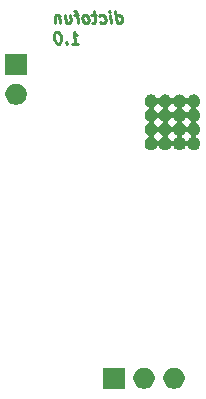
<source format=gbr>
G04 #@! TF.GenerationSoftware,KiCad,Pcbnew,(5.1.5)-3*
G04 #@! TF.CreationDate,2021-08-20T07:44:17+02:00*
G04 #@! TF.ProjectId,nRF52832_qfaa,6e524635-3238-4333-925f-716661612e6b,rev?*
G04 #@! TF.SameCoordinates,Original*
G04 #@! TF.FileFunction,Soldermask,Bot*
G04 #@! TF.FilePolarity,Negative*
%FSLAX46Y46*%
G04 Gerber Fmt 4.6, Leading zero omitted, Abs format (unit mm)*
G04 Created by KiCad (PCBNEW (5.1.5)-3) date 2021-08-20 07:44:17*
%MOMM*%
%LPD*%
G04 APERTURE LIST*
%ADD10C,0.250000*%
%ADD11C,0.100000*%
G04 APERTURE END LIST*
D10*
X144776644Y-97595980D02*
X144651644Y-96595980D01*
X144770691Y-97548361D02*
X144871882Y-97595980D01*
X145062358Y-97595980D01*
X145151644Y-97548361D01*
X145193310Y-97500742D01*
X145229025Y-97405504D01*
X145193310Y-97119790D01*
X145133786Y-97024552D01*
X145080215Y-96976933D01*
X144979025Y-96929314D01*
X144788548Y-96929314D01*
X144699263Y-96976933D01*
X144300453Y-97595980D02*
X144217120Y-96929314D01*
X144175453Y-96595980D02*
X144229025Y-96643600D01*
X144187358Y-96691219D01*
X144133786Y-96643600D01*
X144175453Y-96595980D01*
X144187358Y-96691219D01*
X143389739Y-97548361D02*
X143490929Y-97595980D01*
X143681405Y-97595980D01*
X143770691Y-97548361D01*
X143812358Y-97500742D01*
X143848072Y-97405504D01*
X143812358Y-97119790D01*
X143752834Y-97024552D01*
X143699263Y-96976933D01*
X143598072Y-96929314D01*
X143407596Y-96929314D01*
X143318310Y-96976933D01*
X143026644Y-96929314D02*
X142645691Y-96929314D01*
X142842120Y-96595980D02*
X142949263Y-97453123D01*
X142913548Y-97548361D01*
X142824263Y-97595980D01*
X142729025Y-97595980D01*
X142252834Y-97595980D02*
X142342120Y-97548361D01*
X142383786Y-97500742D01*
X142419501Y-97405504D01*
X142383786Y-97119790D01*
X142324263Y-97024552D01*
X142270691Y-96976933D01*
X142169501Y-96929314D01*
X142026644Y-96929314D01*
X141937358Y-96976933D01*
X141895691Y-97024552D01*
X141859977Y-97119790D01*
X141895691Y-97405504D01*
X141955215Y-97500742D01*
X142008786Y-97548361D01*
X142109977Y-97595980D01*
X142252834Y-97595980D01*
X141550453Y-96929314D02*
X141169501Y-96929314D01*
X141490929Y-97595980D02*
X141383786Y-96738838D01*
X141324263Y-96643600D01*
X141223072Y-96595980D01*
X141127834Y-96595980D01*
X140407596Y-96929314D02*
X140490929Y-97595980D01*
X140836167Y-96929314D02*
X140901644Y-97453123D01*
X140865929Y-97548361D01*
X140776644Y-97595980D01*
X140633786Y-97595980D01*
X140532596Y-97548361D01*
X140479025Y-97500742D01*
X139931405Y-96929314D02*
X140014739Y-97595980D01*
X139943310Y-97024552D02*
X139889739Y-96976933D01*
X139788548Y-96929314D01*
X139645691Y-96929314D01*
X139556405Y-96976933D01*
X139520691Y-97072171D01*
X139586167Y-97595980D01*
X140967120Y-99345980D02*
X141538548Y-99345980D01*
X141252834Y-99345980D02*
X141127834Y-98345980D01*
X141240929Y-98488838D01*
X141348072Y-98584076D01*
X141449263Y-98631695D01*
X140526644Y-99250742D02*
X140484977Y-99298361D01*
X140538548Y-99345980D01*
X140580215Y-99298361D01*
X140526644Y-99250742D01*
X140538548Y-99345980D01*
X139746882Y-98345980D02*
X139651644Y-98345980D01*
X139562358Y-98393600D01*
X139520691Y-98441219D01*
X139484977Y-98536457D01*
X139461167Y-98726933D01*
X139490929Y-98965028D01*
X139562358Y-99155504D01*
X139621882Y-99250742D01*
X139675453Y-99298361D01*
X139776644Y-99345980D01*
X139871882Y-99345980D01*
X139961167Y-99298361D01*
X140002834Y-99250742D01*
X140038548Y-99155504D01*
X140062358Y-98965028D01*
X140032596Y-98726933D01*
X139961167Y-98536457D01*
X139901644Y-98441219D01*
X139848072Y-98393600D01*
X139746882Y-98345980D01*
D11*
G36*
X145452400Y-128586800D02*
G01*
X143650400Y-128586800D01*
X143650400Y-126784800D01*
X145452400Y-126784800D01*
X145452400Y-128586800D01*
G37*
G36*
X149744912Y-126789727D02*
G01*
X149894212Y-126819424D01*
X150058184Y-126887344D01*
X150205754Y-126985947D01*
X150331253Y-127111446D01*
X150429856Y-127259016D01*
X150497776Y-127422988D01*
X150532400Y-127597059D01*
X150532400Y-127774541D01*
X150497776Y-127948612D01*
X150429856Y-128112584D01*
X150331253Y-128260154D01*
X150205754Y-128385653D01*
X150058184Y-128484256D01*
X149894212Y-128552176D01*
X149744912Y-128581873D01*
X149720142Y-128586800D01*
X149542658Y-128586800D01*
X149517888Y-128581873D01*
X149368588Y-128552176D01*
X149204616Y-128484256D01*
X149057046Y-128385653D01*
X148931547Y-128260154D01*
X148832944Y-128112584D01*
X148765024Y-127948612D01*
X148730400Y-127774541D01*
X148730400Y-127597059D01*
X148765024Y-127422988D01*
X148832944Y-127259016D01*
X148931547Y-127111446D01*
X149057046Y-126985947D01*
X149204616Y-126887344D01*
X149368588Y-126819424D01*
X149517888Y-126789727D01*
X149542658Y-126784800D01*
X149720142Y-126784800D01*
X149744912Y-126789727D01*
G37*
G36*
X147204912Y-126789727D02*
G01*
X147354212Y-126819424D01*
X147518184Y-126887344D01*
X147665754Y-126985947D01*
X147791253Y-127111446D01*
X147889856Y-127259016D01*
X147957776Y-127422988D01*
X147992400Y-127597059D01*
X147992400Y-127774541D01*
X147957776Y-127948612D01*
X147889856Y-128112584D01*
X147791253Y-128260154D01*
X147665754Y-128385653D01*
X147518184Y-128484256D01*
X147354212Y-128552176D01*
X147204912Y-128581873D01*
X147180142Y-128586800D01*
X147002658Y-128586800D01*
X146977888Y-128581873D01*
X146828588Y-128552176D01*
X146664616Y-128484256D01*
X146517046Y-128385653D01*
X146391547Y-128260154D01*
X146292944Y-128112584D01*
X146225024Y-127948612D01*
X146190400Y-127774541D01*
X146190400Y-127597059D01*
X146225024Y-127422988D01*
X146292944Y-127259016D01*
X146391547Y-127111446D01*
X146517046Y-126985947D01*
X146664616Y-126887344D01*
X146828588Y-126819424D01*
X146977888Y-126789727D01*
X147002658Y-126784800D01*
X147180142Y-126784800D01*
X147204912Y-126789727D01*
G37*
G36*
X147863161Y-103669351D02*
G01*
X147964273Y-103711233D01*
X147964275Y-103711234D01*
X148010083Y-103741842D01*
X148055273Y-103772037D01*
X148132663Y-103849427D01*
X148197167Y-103945964D01*
X148212712Y-103964906D01*
X148231654Y-103980451D01*
X148253265Y-103992002D01*
X148276714Y-103999115D01*
X148301100Y-104001517D01*
X148325486Y-103999115D01*
X148348935Y-103992002D01*
X148370546Y-103980451D01*
X148389488Y-103964906D01*
X148405033Y-103945964D01*
X148469537Y-103849427D01*
X148546927Y-103772037D01*
X148592117Y-103741842D01*
X148637925Y-103711234D01*
X148637927Y-103711233D01*
X148739039Y-103669351D01*
X148846377Y-103648000D01*
X148955823Y-103648000D01*
X149063161Y-103669351D01*
X149164273Y-103711233D01*
X149164275Y-103711234D01*
X149210083Y-103741842D01*
X149255273Y-103772037D01*
X149332663Y-103849427D01*
X149397167Y-103945964D01*
X149412712Y-103964906D01*
X149431654Y-103980451D01*
X149453265Y-103992002D01*
X149476714Y-103999115D01*
X149501100Y-104001517D01*
X149525486Y-103999115D01*
X149548935Y-103992002D01*
X149570546Y-103980451D01*
X149589488Y-103964906D01*
X149605033Y-103945964D01*
X149669537Y-103849427D01*
X149746927Y-103772037D01*
X149792117Y-103741842D01*
X149837925Y-103711234D01*
X149837927Y-103711233D01*
X149939039Y-103669351D01*
X150046377Y-103648000D01*
X150155823Y-103648000D01*
X150263161Y-103669351D01*
X150364273Y-103711233D01*
X150364275Y-103711234D01*
X150410083Y-103741842D01*
X150455273Y-103772037D01*
X150532663Y-103849427D01*
X150597167Y-103945964D01*
X150612712Y-103964906D01*
X150631654Y-103980451D01*
X150653265Y-103992002D01*
X150676714Y-103999115D01*
X150701100Y-104001517D01*
X150725486Y-103999115D01*
X150748935Y-103992002D01*
X150770546Y-103980451D01*
X150789488Y-103964906D01*
X150805033Y-103945964D01*
X150869537Y-103849427D01*
X150946927Y-103772037D01*
X150992117Y-103741842D01*
X151037925Y-103711234D01*
X151037927Y-103711233D01*
X151139039Y-103669351D01*
X151246377Y-103648000D01*
X151355823Y-103648000D01*
X151463161Y-103669351D01*
X151564273Y-103711233D01*
X151564275Y-103711234D01*
X151610083Y-103741842D01*
X151655273Y-103772037D01*
X151732663Y-103849427D01*
X151793467Y-103940427D01*
X151835349Y-104041539D01*
X151856700Y-104148877D01*
X151856700Y-104258323D01*
X151835349Y-104365661D01*
X151793467Y-104466773D01*
X151732663Y-104557773D01*
X151655273Y-104635163D01*
X151558736Y-104699667D01*
X151539794Y-104715212D01*
X151524249Y-104734154D01*
X151512698Y-104755765D01*
X151505585Y-104779214D01*
X151503183Y-104803600D01*
X151505585Y-104827986D01*
X151512698Y-104851435D01*
X151524249Y-104873046D01*
X151539794Y-104891988D01*
X151558736Y-104907533D01*
X151655273Y-104972037D01*
X151732663Y-105049427D01*
X151793467Y-105140427D01*
X151835349Y-105241539D01*
X151856700Y-105348877D01*
X151856700Y-105458323D01*
X151835349Y-105565661D01*
X151793467Y-105666773D01*
X151732663Y-105757773D01*
X151655273Y-105835163D01*
X151558736Y-105899667D01*
X151539794Y-105915212D01*
X151524249Y-105934154D01*
X151512698Y-105955765D01*
X151505585Y-105979214D01*
X151503183Y-106003600D01*
X151505585Y-106027986D01*
X151512698Y-106051435D01*
X151524249Y-106073046D01*
X151539794Y-106091988D01*
X151558736Y-106107533D01*
X151655273Y-106172037D01*
X151732663Y-106249427D01*
X151793467Y-106340427D01*
X151835349Y-106441539D01*
X151856700Y-106548877D01*
X151856700Y-106658323D01*
X151835349Y-106765661D01*
X151793467Y-106866773D01*
X151732663Y-106957773D01*
X151655273Y-107035163D01*
X151558736Y-107099667D01*
X151539794Y-107115212D01*
X151524249Y-107134154D01*
X151512698Y-107155765D01*
X151505585Y-107179214D01*
X151503183Y-107203600D01*
X151505585Y-107227986D01*
X151512698Y-107251435D01*
X151524249Y-107273046D01*
X151539794Y-107291988D01*
X151558736Y-107307533D01*
X151655273Y-107372037D01*
X151732663Y-107449427D01*
X151793467Y-107540427D01*
X151835349Y-107641539D01*
X151856700Y-107748877D01*
X151856700Y-107858323D01*
X151835349Y-107965661D01*
X151793467Y-108066773D01*
X151793466Y-108066775D01*
X151732662Y-108157774D01*
X151655274Y-108235162D01*
X151564275Y-108295966D01*
X151564274Y-108295967D01*
X151564273Y-108295967D01*
X151463161Y-108337849D01*
X151355823Y-108359200D01*
X151246377Y-108359200D01*
X151139039Y-108337849D01*
X151037927Y-108295967D01*
X151037926Y-108295967D01*
X151037925Y-108295966D01*
X150946926Y-108235162D01*
X150869538Y-108157774D01*
X150808734Y-108066775D01*
X150808733Y-108066773D01*
X150805033Y-108061236D01*
X150789488Y-108042294D01*
X150770546Y-108026749D01*
X150748935Y-108015198D01*
X150725486Y-108008085D01*
X150701100Y-108005683D01*
X150676714Y-108008085D01*
X150653265Y-108015198D01*
X150631654Y-108026749D01*
X150612712Y-108042294D01*
X150597167Y-108061236D01*
X150593467Y-108066773D01*
X150593466Y-108066775D01*
X150532662Y-108157774D01*
X150455274Y-108235162D01*
X150364275Y-108295966D01*
X150364274Y-108295967D01*
X150364273Y-108295967D01*
X150263161Y-108337849D01*
X150155823Y-108359200D01*
X150046377Y-108359200D01*
X149939039Y-108337849D01*
X149837927Y-108295967D01*
X149837926Y-108295967D01*
X149837925Y-108295966D01*
X149746926Y-108235162D01*
X149669538Y-108157774D01*
X149608734Y-108066775D01*
X149608733Y-108066773D01*
X149605033Y-108061236D01*
X149589488Y-108042294D01*
X149570546Y-108026749D01*
X149548935Y-108015198D01*
X149525486Y-108008085D01*
X149501100Y-108005683D01*
X149476714Y-108008085D01*
X149453265Y-108015198D01*
X149431654Y-108026749D01*
X149412712Y-108042294D01*
X149397167Y-108061236D01*
X149393467Y-108066773D01*
X149393466Y-108066775D01*
X149332662Y-108157774D01*
X149255274Y-108235162D01*
X149164275Y-108295966D01*
X149164274Y-108295967D01*
X149164273Y-108295967D01*
X149063161Y-108337849D01*
X148955823Y-108359200D01*
X148846377Y-108359200D01*
X148739039Y-108337849D01*
X148637927Y-108295967D01*
X148637926Y-108295967D01*
X148637925Y-108295966D01*
X148546926Y-108235162D01*
X148469538Y-108157774D01*
X148408734Y-108066775D01*
X148408733Y-108066773D01*
X148405033Y-108061236D01*
X148389488Y-108042294D01*
X148370546Y-108026749D01*
X148348935Y-108015198D01*
X148325486Y-108008085D01*
X148301100Y-108005683D01*
X148276714Y-108008085D01*
X148253265Y-108015198D01*
X148231654Y-108026749D01*
X148212712Y-108042294D01*
X148197167Y-108061236D01*
X148193467Y-108066773D01*
X148193466Y-108066775D01*
X148132662Y-108157774D01*
X148055274Y-108235162D01*
X147964275Y-108295966D01*
X147964274Y-108295967D01*
X147964273Y-108295967D01*
X147863161Y-108337849D01*
X147755823Y-108359200D01*
X147646377Y-108359200D01*
X147539039Y-108337849D01*
X147437927Y-108295967D01*
X147437926Y-108295967D01*
X147437925Y-108295966D01*
X147346926Y-108235162D01*
X147269538Y-108157774D01*
X147208734Y-108066775D01*
X147208733Y-108066773D01*
X147166851Y-107965661D01*
X147145500Y-107858323D01*
X147145500Y-107748877D01*
X147166851Y-107641539D01*
X147208733Y-107540427D01*
X147269537Y-107449427D01*
X147346927Y-107372037D01*
X147443464Y-107307533D01*
X147462406Y-107291988D01*
X147477951Y-107273046D01*
X147489502Y-107251435D01*
X147496615Y-107227986D01*
X147499017Y-107203600D01*
X147903183Y-107203600D01*
X147905585Y-107227986D01*
X147912698Y-107251435D01*
X147924249Y-107273046D01*
X147939794Y-107291988D01*
X147958736Y-107307533D01*
X148055273Y-107372037D01*
X148132663Y-107449427D01*
X148197167Y-107545964D01*
X148212712Y-107564906D01*
X148231654Y-107580451D01*
X148253265Y-107592002D01*
X148276714Y-107599115D01*
X148301100Y-107601517D01*
X148325486Y-107599115D01*
X148348935Y-107592002D01*
X148370546Y-107580451D01*
X148389488Y-107564906D01*
X148405033Y-107545964D01*
X148469537Y-107449427D01*
X148546927Y-107372037D01*
X148643464Y-107307533D01*
X148662406Y-107291988D01*
X148677951Y-107273046D01*
X148689502Y-107251435D01*
X148696615Y-107227986D01*
X148699017Y-107203600D01*
X149103183Y-107203600D01*
X149105585Y-107227986D01*
X149112698Y-107251435D01*
X149124249Y-107273046D01*
X149139794Y-107291988D01*
X149158736Y-107307533D01*
X149255273Y-107372037D01*
X149332663Y-107449427D01*
X149397167Y-107545964D01*
X149412712Y-107564906D01*
X149431654Y-107580451D01*
X149453265Y-107592002D01*
X149476714Y-107599115D01*
X149501100Y-107601517D01*
X149525486Y-107599115D01*
X149548935Y-107592002D01*
X149570546Y-107580451D01*
X149589488Y-107564906D01*
X149605033Y-107545964D01*
X149669537Y-107449427D01*
X149746927Y-107372037D01*
X149843464Y-107307533D01*
X149862406Y-107291988D01*
X149877951Y-107273046D01*
X149889502Y-107251435D01*
X149896615Y-107227986D01*
X149899017Y-107203600D01*
X150303183Y-107203600D01*
X150305585Y-107227986D01*
X150312698Y-107251435D01*
X150324249Y-107273046D01*
X150339794Y-107291988D01*
X150358736Y-107307533D01*
X150455273Y-107372037D01*
X150532663Y-107449427D01*
X150597167Y-107545964D01*
X150612712Y-107564906D01*
X150631654Y-107580451D01*
X150653265Y-107592002D01*
X150676714Y-107599115D01*
X150701100Y-107601517D01*
X150725486Y-107599115D01*
X150748935Y-107592002D01*
X150770546Y-107580451D01*
X150789488Y-107564906D01*
X150805033Y-107545964D01*
X150869537Y-107449427D01*
X150946927Y-107372037D01*
X151043464Y-107307533D01*
X151062406Y-107291988D01*
X151077951Y-107273046D01*
X151089502Y-107251435D01*
X151096615Y-107227986D01*
X151099017Y-107203600D01*
X151096615Y-107179214D01*
X151089502Y-107155765D01*
X151077951Y-107134154D01*
X151062406Y-107115212D01*
X151043464Y-107099667D01*
X150946927Y-107035163D01*
X150869537Y-106957773D01*
X150805033Y-106861236D01*
X150789488Y-106842294D01*
X150770546Y-106826749D01*
X150748935Y-106815198D01*
X150725486Y-106808085D01*
X150701100Y-106805683D01*
X150676714Y-106808085D01*
X150653265Y-106815198D01*
X150631654Y-106826749D01*
X150612712Y-106842294D01*
X150597167Y-106861236D01*
X150532663Y-106957773D01*
X150455273Y-107035163D01*
X150358736Y-107099667D01*
X150339794Y-107115212D01*
X150324249Y-107134154D01*
X150312698Y-107155765D01*
X150305585Y-107179214D01*
X150303183Y-107203600D01*
X149899017Y-107203600D01*
X149896615Y-107179214D01*
X149889502Y-107155765D01*
X149877951Y-107134154D01*
X149862406Y-107115212D01*
X149843464Y-107099667D01*
X149746927Y-107035163D01*
X149669537Y-106957773D01*
X149605033Y-106861236D01*
X149589488Y-106842294D01*
X149570546Y-106826749D01*
X149548935Y-106815198D01*
X149525486Y-106808085D01*
X149501100Y-106805683D01*
X149476714Y-106808085D01*
X149453265Y-106815198D01*
X149431654Y-106826749D01*
X149412712Y-106842294D01*
X149397167Y-106861236D01*
X149332663Y-106957773D01*
X149255273Y-107035163D01*
X149158736Y-107099667D01*
X149139794Y-107115212D01*
X149124249Y-107134154D01*
X149112698Y-107155765D01*
X149105585Y-107179214D01*
X149103183Y-107203600D01*
X148699017Y-107203600D01*
X148696615Y-107179214D01*
X148689502Y-107155765D01*
X148677951Y-107134154D01*
X148662406Y-107115212D01*
X148643464Y-107099667D01*
X148546927Y-107035163D01*
X148469537Y-106957773D01*
X148405033Y-106861236D01*
X148389488Y-106842294D01*
X148370546Y-106826749D01*
X148348935Y-106815198D01*
X148325486Y-106808085D01*
X148301100Y-106805683D01*
X148276714Y-106808085D01*
X148253265Y-106815198D01*
X148231654Y-106826749D01*
X148212712Y-106842294D01*
X148197167Y-106861236D01*
X148132663Y-106957773D01*
X148055273Y-107035163D01*
X147958736Y-107099667D01*
X147939794Y-107115212D01*
X147924249Y-107134154D01*
X147912698Y-107155765D01*
X147905585Y-107179214D01*
X147903183Y-107203600D01*
X147499017Y-107203600D01*
X147496615Y-107179214D01*
X147489502Y-107155765D01*
X147477951Y-107134154D01*
X147462406Y-107115212D01*
X147443464Y-107099667D01*
X147346927Y-107035163D01*
X147269537Y-106957773D01*
X147208733Y-106866773D01*
X147166851Y-106765661D01*
X147145500Y-106658323D01*
X147145500Y-106548877D01*
X147166851Y-106441539D01*
X147208733Y-106340427D01*
X147269537Y-106249427D01*
X147346927Y-106172037D01*
X147443464Y-106107533D01*
X147462406Y-106091988D01*
X147477951Y-106073046D01*
X147489502Y-106051435D01*
X147496615Y-106027986D01*
X147499017Y-106003600D01*
X147903183Y-106003600D01*
X147905585Y-106027986D01*
X147912698Y-106051435D01*
X147924249Y-106073046D01*
X147939794Y-106091988D01*
X147958736Y-106107533D01*
X148055273Y-106172037D01*
X148132663Y-106249427D01*
X148197167Y-106345964D01*
X148212712Y-106364906D01*
X148231654Y-106380451D01*
X148253265Y-106392002D01*
X148276714Y-106399115D01*
X148301100Y-106401517D01*
X148325486Y-106399115D01*
X148348935Y-106392002D01*
X148370546Y-106380451D01*
X148389488Y-106364906D01*
X148405033Y-106345964D01*
X148469537Y-106249427D01*
X148546927Y-106172037D01*
X148643464Y-106107533D01*
X148662406Y-106091988D01*
X148677951Y-106073046D01*
X148689502Y-106051435D01*
X148696615Y-106027986D01*
X148699017Y-106003600D01*
X149103183Y-106003600D01*
X149105585Y-106027986D01*
X149112698Y-106051435D01*
X149124249Y-106073046D01*
X149139794Y-106091988D01*
X149158736Y-106107533D01*
X149255273Y-106172037D01*
X149332663Y-106249427D01*
X149397167Y-106345964D01*
X149412712Y-106364906D01*
X149431654Y-106380451D01*
X149453265Y-106392002D01*
X149476714Y-106399115D01*
X149501100Y-106401517D01*
X149525486Y-106399115D01*
X149548935Y-106392002D01*
X149570546Y-106380451D01*
X149589488Y-106364906D01*
X149605033Y-106345964D01*
X149669537Y-106249427D01*
X149746927Y-106172037D01*
X149843464Y-106107533D01*
X149862406Y-106091988D01*
X149877951Y-106073046D01*
X149889502Y-106051435D01*
X149896615Y-106027986D01*
X149899017Y-106003600D01*
X150303183Y-106003600D01*
X150305585Y-106027986D01*
X150312698Y-106051435D01*
X150324249Y-106073046D01*
X150339794Y-106091988D01*
X150358736Y-106107533D01*
X150455273Y-106172037D01*
X150532663Y-106249427D01*
X150597167Y-106345964D01*
X150612712Y-106364906D01*
X150631654Y-106380451D01*
X150653265Y-106392002D01*
X150676714Y-106399115D01*
X150701100Y-106401517D01*
X150725486Y-106399115D01*
X150748935Y-106392002D01*
X150770546Y-106380451D01*
X150789488Y-106364906D01*
X150805033Y-106345964D01*
X150869537Y-106249427D01*
X150946927Y-106172037D01*
X151043464Y-106107533D01*
X151062406Y-106091988D01*
X151077951Y-106073046D01*
X151089502Y-106051435D01*
X151096615Y-106027986D01*
X151099017Y-106003600D01*
X151096615Y-105979214D01*
X151089502Y-105955765D01*
X151077951Y-105934154D01*
X151062406Y-105915212D01*
X151043464Y-105899667D01*
X150946927Y-105835163D01*
X150869537Y-105757773D01*
X150805033Y-105661236D01*
X150789488Y-105642294D01*
X150770546Y-105626749D01*
X150748935Y-105615198D01*
X150725486Y-105608085D01*
X150701100Y-105605683D01*
X150676714Y-105608085D01*
X150653265Y-105615198D01*
X150631654Y-105626749D01*
X150612712Y-105642294D01*
X150597167Y-105661236D01*
X150532663Y-105757773D01*
X150455273Y-105835163D01*
X150358736Y-105899667D01*
X150339794Y-105915212D01*
X150324249Y-105934154D01*
X150312698Y-105955765D01*
X150305585Y-105979214D01*
X150303183Y-106003600D01*
X149899017Y-106003600D01*
X149896615Y-105979214D01*
X149889502Y-105955765D01*
X149877951Y-105934154D01*
X149862406Y-105915212D01*
X149843464Y-105899667D01*
X149746927Y-105835163D01*
X149669537Y-105757773D01*
X149605033Y-105661236D01*
X149589488Y-105642294D01*
X149570546Y-105626749D01*
X149548935Y-105615198D01*
X149525486Y-105608085D01*
X149501100Y-105605683D01*
X149476714Y-105608085D01*
X149453265Y-105615198D01*
X149431654Y-105626749D01*
X149412712Y-105642294D01*
X149397167Y-105661236D01*
X149332663Y-105757773D01*
X149255273Y-105835163D01*
X149158736Y-105899667D01*
X149139794Y-105915212D01*
X149124249Y-105934154D01*
X149112698Y-105955765D01*
X149105585Y-105979214D01*
X149103183Y-106003600D01*
X148699017Y-106003600D01*
X148696615Y-105979214D01*
X148689502Y-105955765D01*
X148677951Y-105934154D01*
X148662406Y-105915212D01*
X148643464Y-105899667D01*
X148546927Y-105835163D01*
X148469537Y-105757773D01*
X148405033Y-105661236D01*
X148389488Y-105642294D01*
X148370546Y-105626749D01*
X148348935Y-105615198D01*
X148325486Y-105608085D01*
X148301100Y-105605683D01*
X148276714Y-105608085D01*
X148253265Y-105615198D01*
X148231654Y-105626749D01*
X148212712Y-105642294D01*
X148197167Y-105661236D01*
X148132663Y-105757773D01*
X148055273Y-105835163D01*
X147958736Y-105899667D01*
X147939794Y-105915212D01*
X147924249Y-105934154D01*
X147912698Y-105955765D01*
X147905585Y-105979214D01*
X147903183Y-106003600D01*
X147499017Y-106003600D01*
X147496615Y-105979214D01*
X147489502Y-105955765D01*
X147477951Y-105934154D01*
X147462406Y-105915212D01*
X147443464Y-105899667D01*
X147346927Y-105835163D01*
X147269537Y-105757773D01*
X147208733Y-105666773D01*
X147166851Y-105565661D01*
X147145500Y-105458323D01*
X147145500Y-105348877D01*
X147166851Y-105241539D01*
X147208733Y-105140427D01*
X147269537Y-105049427D01*
X147346927Y-104972037D01*
X147443464Y-104907533D01*
X147462406Y-104891988D01*
X147477951Y-104873046D01*
X147489502Y-104851435D01*
X147496615Y-104827986D01*
X147499017Y-104803600D01*
X147903183Y-104803600D01*
X147905585Y-104827986D01*
X147912698Y-104851435D01*
X147924249Y-104873046D01*
X147939794Y-104891988D01*
X147958736Y-104907533D01*
X148055273Y-104972037D01*
X148132663Y-105049427D01*
X148197167Y-105145964D01*
X148212712Y-105164906D01*
X148231654Y-105180451D01*
X148253265Y-105192002D01*
X148276714Y-105199115D01*
X148301100Y-105201517D01*
X148325486Y-105199115D01*
X148348935Y-105192002D01*
X148370546Y-105180451D01*
X148389488Y-105164906D01*
X148405033Y-105145964D01*
X148469537Y-105049427D01*
X148546927Y-104972037D01*
X148643464Y-104907533D01*
X148662406Y-104891988D01*
X148677951Y-104873046D01*
X148689502Y-104851435D01*
X148696615Y-104827986D01*
X148699017Y-104803600D01*
X149103183Y-104803600D01*
X149105585Y-104827986D01*
X149112698Y-104851435D01*
X149124249Y-104873046D01*
X149139794Y-104891988D01*
X149158736Y-104907533D01*
X149255273Y-104972037D01*
X149332663Y-105049427D01*
X149397167Y-105145964D01*
X149412712Y-105164906D01*
X149431654Y-105180451D01*
X149453265Y-105192002D01*
X149476714Y-105199115D01*
X149501100Y-105201517D01*
X149525486Y-105199115D01*
X149548935Y-105192002D01*
X149570546Y-105180451D01*
X149589488Y-105164906D01*
X149605033Y-105145964D01*
X149669537Y-105049427D01*
X149746927Y-104972037D01*
X149843464Y-104907533D01*
X149862406Y-104891988D01*
X149877951Y-104873046D01*
X149889502Y-104851435D01*
X149896615Y-104827986D01*
X149899017Y-104803600D01*
X150303183Y-104803600D01*
X150305585Y-104827986D01*
X150312698Y-104851435D01*
X150324249Y-104873046D01*
X150339794Y-104891988D01*
X150358736Y-104907533D01*
X150455273Y-104972037D01*
X150532663Y-105049427D01*
X150597167Y-105145964D01*
X150612712Y-105164906D01*
X150631654Y-105180451D01*
X150653265Y-105192002D01*
X150676714Y-105199115D01*
X150701100Y-105201517D01*
X150725486Y-105199115D01*
X150748935Y-105192002D01*
X150770546Y-105180451D01*
X150789488Y-105164906D01*
X150805033Y-105145964D01*
X150869537Y-105049427D01*
X150946927Y-104972037D01*
X151043464Y-104907533D01*
X151062406Y-104891988D01*
X151077951Y-104873046D01*
X151089502Y-104851435D01*
X151096615Y-104827986D01*
X151099017Y-104803600D01*
X151096615Y-104779214D01*
X151089502Y-104755765D01*
X151077951Y-104734154D01*
X151062406Y-104715212D01*
X151043464Y-104699667D01*
X150946927Y-104635163D01*
X150869537Y-104557773D01*
X150805033Y-104461236D01*
X150789488Y-104442294D01*
X150770546Y-104426749D01*
X150748935Y-104415198D01*
X150725486Y-104408085D01*
X150701100Y-104405683D01*
X150676714Y-104408085D01*
X150653265Y-104415198D01*
X150631654Y-104426749D01*
X150612712Y-104442294D01*
X150597167Y-104461236D01*
X150532663Y-104557773D01*
X150455273Y-104635163D01*
X150358736Y-104699667D01*
X150339794Y-104715212D01*
X150324249Y-104734154D01*
X150312698Y-104755765D01*
X150305585Y-104779214D01*
X150303183Y-104803600D01*
X149899017Y-104803600D01*
X149896615Y-104779214D01*
X149889502Y-104755765D01*
X149877951Y-104734154D01*
X149862406Y-104715212D01*
X149843464Y-104699667D01*
X149746927Y-104635163D01*
X149669537Y-104557773D01*
X149605033Y-104461236D01*
X149589488Y-104442294D01*
X149570546Y-104426749D01*
X149548935Y-104415198D01*
X149525486Y-104408085D01*
X149501100Y-104405683D01*
X149476714Y-104408085D01*
X149453265Y-104415198D01*
X149431654Y-104426749D01*
X149412712Y-104442294D01*
X149397167Y-104461236D01*
X149332663Y-104557773D01*
X149255273Y-104635163D01*
X149158736Y-104699667D01*
X149139794Y-104715212D01*
X149124249Y-104734154D01*
X149112698Y-104755765D01*
X149105585Y-104779214D01*
X149103183Y-104803600D01*
X148699017Y-104803600D01*
X148696615Y-104779214D01*
X148689502Y-104755765D01*
X148677951Y-104734154D01*
X148662406Y-104715212D01*
X148643464Y-104699667D01*
X148546927Y-104635163D01*
X148469537Y-104557773D01*
X148405033Y-104461236D01*
X148389488Y-104442294D01*
X148370546Y-104426749D01*
X148348935Y-104415198D01*
X148325486Y-104408085D01*
X148301100Y-104405683D01*
X148276714Y-104408085D01*
X148253265Y-104415198D01*
X148231654Y-104426749D01*
X148212712Y-104442294D01*
X148197167Y-104461236D01*
X148132663Y-104557773D01*
X148055273Y-104635163D01*
X147958736Y-104699667D01*
X147939794Y-104715212D01*
X147924249Y-104734154D01*
X147912698Y-104755765D01*
X147905585Y-104779214D01*
X147903183Y-104803600D01*
X147499017Y-104803600D01*
X147496615Y-104779214D01*
X147489502Y-104755765D01*
X147477951Y-104734154D01*
X147462406Y-104715212D01*
X147443464Y-104699667D01*
X147346927Y-104635163D01*
X147269537Y-104557773D01*
X147208733Y-104466773D01*
X147166851Y-104365661D01*
X147145500Y-104258323D01*
X147145500Y-104148877D01*
X147166851Y-104041539D01*
X147208733Y-103940427D01*
X147269537Y-103849427D01*
X147346927Y-103772037D01*
X147392117Y-103741842D01*
X147437925Y-103711234D01*
X147437927Y-103711233D01*
X147539039Y-103669351D01*
X147646377Y-103648000D01*
X147755823Y-103648000D01*
X147863161Y-103669351D01*
G37*
G36*
X136384512Y-102735927D02*
G01*
X136533812Y-102765624D01*
X136697784Y-102833544D01*
X136845354Y-102932147D01*
X136970853Y-103057646D01*
X137069456Y-103205216D01*
X137137376Y-103369188D01*
X137172000Y-103543259D01*
X137172000Y-103720741D01*
X137137376Y-103894812D01*
X137069456Y-104058784D01*
X136970853Y-104206354D01*
X136845354Y-104331853D01*
X136697784Y-104430456D01*
X136533812Y-104498376D01*
X136384512Y-104528073D01*
X136359742Y-104533000D01*
X136182258Y-104533000D01*
X136157488Y-104528073D01*
X136008188Y-104498376D01*
X135844216Y-104430456D01*
X135696646Y-104331853D01*
X135571147Y-104206354D01*
X135472544Y-104058784D01*
X135404624Y-103894812D01*
X135370000Y-103720741D01*
X135370000Y-103543259D01*
X135404624Y-103369188D01*
X135472544Y-103205216D01*
X135571147Y-103057646D01*
X135696646Y-102932147D01*
X135844216Y-102833544D01*
X136008188Y-102765624D01*
X136157488Y-102735927D01*
X136182258Y-102731000D01*
X136359742Y-102731000D01*
X136384512Y-102735927D01*
G37*
G36*
X137172000Y-101993000D02*
G01*
X135370000Y-101993000D01*
X135370000Y-100191000D01*
X137172000Y-100191000D01*
X137172000Y-101993000D01*
G37*
M02*

</source>
